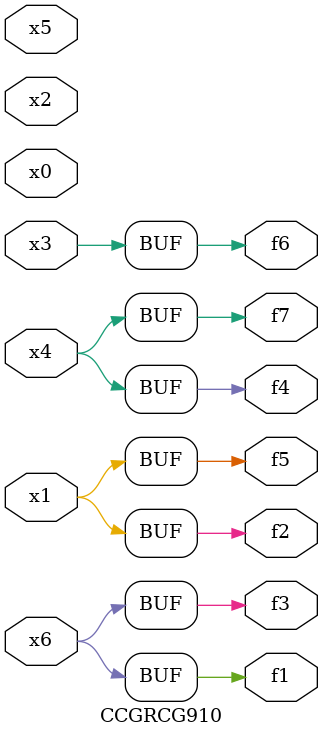
<source format=v>
module CCGRCG910(
	input x0, x1, x2, x3, x4, x5, x6,
	output f1, f2, f3, f4, f5, f6, f7
);
	assign f1 = x6;
	assign f2 = x1;
	assign f3 = x6;
	assign f4 = x4;
	assign f5 = x1;
	assign f6 = x3;
	assign f7 = x4;
endmodule

</source>
